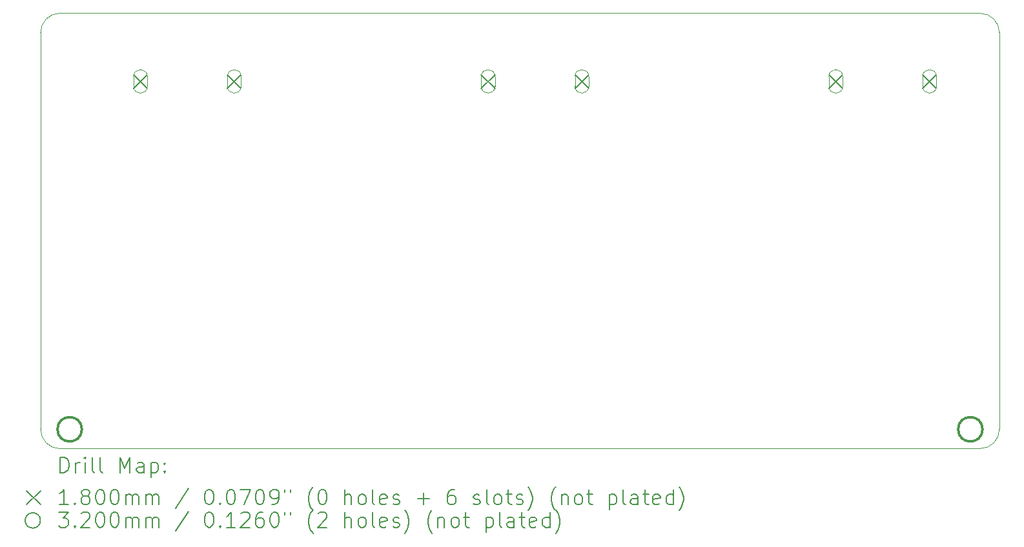
<source format=gbr>
%TF.GenerationSoftware,KiCad,Pcbnew,8.0.9*%
%TF.CreationDate,2025-03-02T13:49:47+01:00*%
%TF.ProjectId,cjss501,636a7373-3530-4312-9e6b-696361645f70,rev?*%
%TF.SameCoordinates,Original*%
%TF.FileFunction,Drillmap*%
%TF.FilePolarity,Positive*%
%FSLAX45Y45*%
G04 Gerber Fmt 4.5, Leading zero omitted, Abs format (unit mm)*
G04 Created by KiCad (PCBNEW 8.0.9) date 2025-03-02 13:49:47*
%MOMM*%
%LPD*%
G01*
G04 APERTURE LIST*
%ADD10C,0.050000*%
%ADD11C,0.200000*%
%ADD12C,0.180000*%
%ADD13C,0.100000*%
%ADD14C,0.320000*%
G04 APERTURE END LIST*
D10*
X15621000Y-3556000D02*
G75*
G02*
X15875000Y-3810000I0J-254000D01*
G01*
X15875000Y-9017000D02*
G75*
G02*
X15621000Y-9271000I-254000J0D01*
G01*
X3302000Y-9017000D02*
X3302000Y-3810000D01*
X3302000Y-3810000D02*
G75*
G02*
X3556000Y-3556000I254000J0D01*
G01*
X3556000Y-9271000D02*
G75*
G02*
X3302000Y-9017000I0J254000D01*
G01*
X3556000Y-3556000D02*
X15621000Y-3556000D01*
X15621000Y-9271000D02*
X3556000Y-9271000D01*
X15875000Y-3810000D02*
X15875000Y-9017000D01*
D11*
D12*
X4522000Y-4361000D02*
X4702000Y-4541000D01*
X4702000Y-4361000D02*
X4522000Y-4541000D01*
D13*
X4702000Y-4516000D02*
X4702000Y-4386000D01*
X4522000Y-4386000D02*
G75*
G02*
X4702000Y-4386000I90000J0D01*
G01*
X4522000Y-4386000D02*
X4522000Y-4516000D01*
X4522000Y-4516000D02*
G75*
G03*
X4702000Y-4516000I90000J0D01*
G01*
D12*
X5752000Y-4361000D02*
X5932000Y-4541000D01*
X5932000Y-4361000D02*
X5752000Y-4541000D01*
D13*
X5932000Y-4516000D02*
X5932000Y-4386000D01*
X5752000Y-4386000D02*
G75*
G02*
X5932000Y-4386000I90000J0D01*
G01*
X5752000Y-4386000D02*
X5752000Y-4516000D01*
X5752000Y-4516000D02*
G75*
G03*
X5932000Y-4516000I90000J0D01*
G01*
D12*
X9080000Y-4361000D02*
X9260000Y-4541000D01*
X9260000Y-4361000D02*
X9080000Y-4541000D01*
D13*
X9260000Y-4516000D02*
X9260000Y-4386000D01*
X9080000Y-4386000D02*
G75*
G02*
X9260000Y-4386000I90000J0D01*
G01*
X9080000Y-4386000D02*
X9080000Y-4516000D01*
X9080000Y-4516000D02*
G75*
G03*
X9260000Y-4516000I90000J0D01*
G01*
D12*
X10310000Y-4361000D02*
X10490000Y-4541000D01*
X10490000Y-4361000D02*
X10310000Y-4541000D01*
D13*
X10490000Y-4516000D02*
X10490000Y-4386000D01*
X10310000Y-4386000D02*
G75*
G02*
X10490000Y-4386000I90000J0D01*
G01*
X10310000Y-4386000D02*
X10310000Y-4516000D01*
X10310000Y-4516000D02*
G75*
G03*
X10490000Y-4516000I90000J0D01*
G01*
D12*
X13640000Y-4361000D02*
X13820000Y-4541000D01*
X13820000Y-4361000D02*
X13640000Y-4541000D01*
D13*
X13820000Y-4516000D02*
X13820000Y-4386000D01*
X13640000Y-4386000D02*
G75*
G02*
X13820000Y-4386000I90000J0D01*
G01*
X13640000Y-4386000D02*
X13640000Y-4516000D01*
X13640000Y-4516000D02*
G75*
G03*
X13820000Y-4516000I90000J0D01*
G01*
D12*
X14870000Y-4361000D02*
X15050000Y-4541000D01*
X15050000Y-4361000D02*
X14870000Y-4541000D01*
D13*
X15050000Y-4516000D02*
X15050000Y-4386000D01*
X14870000Y-4386000D02*
G75*
G02*
X15050000Y-4386000I90000J0D01*
G01*
X14870000Y-4386000D02*
X14870000Y-4516000D01*
X14870000Y-4516000D02*
G75*
G03*
X15050000Y-4516000I90000J0D01*
G01*
D14*
X3843000Y-9017000D02*
G75*
G02*
X3523000Y-9017000I-160000J0D01*
G01*
X3523000Y-9017000D02*
G75*
G02*
X3843000Y-9017000I160000J0D01*
G01*
X15654000Y-9017000D02*
G75*
G02*
X15334000Y-9017000I-160000J0D01*
G01*
X15334000Y-9017000D02*
G75*
G02*
X15654000Y-9017000I160000J0D01*
G01*
D11*
X3560277Y-9584984D02*
X3560277Y-9384984D01*
X3560277Y-9384984D02*
X3607896Y-9384984D01*
X3607896Y-9384984D02*
X3636467Y-9394508D01*
X3636467Y-9394508D02*
X3655515Y-9413555D01*
X3655515Y-9413555D02*
X3665039Y-9432603D01*
X3665039Y-9432603D02*
X3674562Y-9470698D01*
X3674562Y-9470698D02*
X3674562Y-9499270D01*
X3674562Y-9499270D02*
X3665039Y-9537365D01*
X3665039Y-9537365D02*
X3655515Y-9556412D01*
X3655515Y-9556412D02*
X3636467Y-9575460D01*
X3636467Y-9575460D02*
X3607896Y-9584984D01*
X3607896Y-9584984D02*
X3560277Y-9584984D01*
X3760277Y-9584984D02*
X3760277Y-9451650D01*
X3760277Y-9489746D02*
X3769801Y-9470698D01*
X3769801Y-9470698D02*
X3779324Y-9461174D01*
X3779324Y-9461174D02*
X3798372Y-9451650D01*
X3798372Y-9451650D02*
X3817420Y-9451650D01*
X3884086Y-9584984D02*
X3884086Y-9451650D01*
X3884086Y-9384984D02*
X3874562Y-9394508D01*
X3874562Y-9394508D02*
X3884086Y-9404031D01*
X3884086Y-9404031D02*
X3893610Y-9394508D01*
X3893610Y-9394508D02*
X3884086Y-9384984D01*
X3884086Y-9384984D02*
X3884086Y-9404031D01*
X4007896Y-9584984D02*
X3988848Y-9575460D01*
X3988848Y-9575460D02*
X3979324Y-9556412D01*
X3979324Y-9556412D02*
X3979324Y-9384984D01*
X4112658Y-9584984D02*
X4093610Y-9575460D01*
X4093610Y-9575460D02*
X4084086Y-9556412D01*
X4084086Y-9556412D02*
X4084086Y-9384984D01*
X4341229Y-9584984D02*
X4341229Y-9384984D01*
X4341229Y-9384984D02*
X4407896Y-9527841D01*
X4407896Y-9527841D02*
X4474563Y-9384984D01*
X4474563Y-9384984D02*
X4474563Y-9584984D01*
X4655515Y-9584984D02*
X4655515Y-9480222D01*
X4655515Y-9480222D02*
X4645991Y-9461174D01*
X4645991Y-9461174D02*
X4626944Y-9451650D01*
X4626944Y-9451650D02*
X4588848Y-9451650D01*
X4588848Y-9451650D02*
X4569801Y-9461174D01*
X4655515Y-9575460D02*
X4636467Y-9584984D01*
X4636467Y-9584984D02*
X4588848Y-9584984D01*
X4588848Y-9584984D02*
X4569801Y-9575460D01*
X4569801Y-9575460D02*
X4560277Y-9556412D01*
X4560277Y-9556412D02*
X4560277Y-9537365D01*
X4560277Y-9537365D02*
X4569801Y-9518317D01*
X4569801Y-9518317D02*
X4588848Y-9508793D01*
X4588848Y-9508793D02*
X4636467Y-9508793D01*
X4636467Y-9508793D02*
X4655515Y-9499270D01*
X4750753Y-9451650D02*
X4750753Y-9651650D01*
X4750753Y-9461174D02*
X4769801Y-9451650D01*
X4769801Y-9451650D02*
X4807896Y-9451650D01*
X4807896Y-9451650D02*
X4826944Y-9461174D01*
X4826944Y-9461174D02*
X4836467Y-9470698D01*
X4836467Y-9470698D02*
X4845991Y-9489746D01*
X4845991Y-9489746D02*
X4845991Y-9546889D01*
X4845991Y-9546889D02*
X4836467Y-9565936D01*
X4836467Y-9565936D02*
X4826944Y-9575460D01*
X4826944Y-9575460D02*
X4807896Y-9584984D01*
X4807896Y-9584984D02*
X4769801Y-9584984D01*
X4769801Y-9584984D02*
X4750753Y-9575460D01*
X4931705Y-9565936D02*
X4941229Y-9575460D01*
X4941229Y-9575460D02*
X4931705Y-9584984D01*
X4931705Y-9584984D02*
X4922182Y-9575460D01*
X4922182Y-9575460D02*
X4931705Y-9565936D01*
X4931705Y-9565936D02*
X4931705Y-9584984D01*
X4931705Y-9461174D02*
X4941229Y-9470698D01*
X4941229Y-9470698D02*
X4931705Y-9480222D01*
X4931705Y-9480222D02*
X4922182Y-9470698D01*
X4922182Y-9470698D02*
X4931705Y-9461174D01*
X4931705Y-9461174D02*
X4931705Y-9480222D01*
D12*
X3119500Y-9823500D02*
X3299500Y-10003500D01*
X3299500Y-9823500D02*
X3119500Y-10003500D01*
D11*
X3665039Y-10004984D02*
X3550753Y-10004984D01*
X3607896Y-10004984D02*
X3607896Y-9804984D01*
X3607896Y-9804984D02*
X3588848Y-9833555D01*
X3588848Y-9833555D02*
X3569801Y-9852603D01*
X3569801Y-9852603D02*
X3550753Y-9862127D01*
X3750753Y-9985936D02*
X3760277Y-9995460D01*
X3760277Y-9995460D02*
X3750753Y-10004984D01*
X3750753Y-10004984D02*
X3741229Y-9995460D01*
X3741229Y-9995460D02*
X3750753Y-9985936D01*
X3750753Y-9985936D02*
X3750753Y-10004984D01*
X3874562Y-9890698D02*
X3855515Y-9881174D01*
X3855515Y-9881174D02*
X3845991Y-9871650D01*
X3845991Y-9871650D02*
X3836467Y-9852603D01*
X3836467Y-9852603D02*
X3836467Y-9843079D01*
X3836467Y-9843079D02*
X3845991Y-9824031D01*
X3845991Y-9824031D02*
X3855515Y-9814508D01*
X3855515Y-9814508D02*
X3874562Y-9804984D01*
X3874562Y-9804984D02*
X3912658Y-9804984D01*
X3912658Y-9804984D02*
X3931705Y-9814508D01*
X3931705Y-9814508D02*
X3941229Y-9824031D01*
X3941229Y-9824031D02*
X3950753Y-9843079D01*
X3950753Y-9843079D02*
X3950753Y-9852603D01*
X3950753Y-9852603D02*
X3941229Y-9871650D01*
X3941229Y-9871650D02*
X3931705Y-9881174D01*
X3931705Y-9881174D02*
X3912658Y-9890698D01*
X3912658Y-9890698D02*
X3874562Y-9890698D01*
X3874562Y-9890698D02*
X3855515Y-9900222D01*
X3855515Y-9900222D02*
X3845991Y-9909746D01*
X3845991Y-9909746D02*
X3836467Y-9928793D01*
X3836467Y-9928793D02*
X3836467Y-9966889D01*
X3836467Y-9966889D02*
X3845991Y-9985936D01*
X3845991Y-9985936D02*
X3855515Y-9995460D01*
X3855515Y-9995460D02*
X3874562Y-10004984D01*
X3874562Y-10004984D02*
X3912658Y-10004984D01*
X3912658Y-10004984D02*
X3931705Y-9995460D01*
X3931705Y-9995460D02*
X3941229Y-9985936D01*
X3941229Y-9985936D02*
X3950753Y-9966889D01*
X3950753Y-9966889D02*
X3950753Y-9928793D01*
X3950753Y-9928793D02*
X3941229Y-9909746D01*
X3941229Y-9909746D02*
X3931705Y-9900222D01*
X3931705Y-9900222D02*
X3912658Y-9890698D01*
X4074562Y-9804984D02*
X4093610Y-9804984D01*
X4093610Y-9804984D02*
X4112658Y-9814508D01*
X4112658Y-9814508D02*
X4122182Y-9824031D01*
X4122182Y-9824031D02*
X4131705Y-9843079D01*
X4131705Y-9843079D02*
X4141229Y-9881174D01*
X4141229Y-9881174D02*
X4141229Y-9928793D01*
X4141229Y-9928793D02*
X4131705Y-9966889D01*
X4131705Y-9966889D02*
X4122182Y-9985936D01*
X4122182Y-9985936D02*
X4112658Y-9995460D01*
X4112658Y-9995460D02*
X4093610Y-10004984D01*
X4093610Y-10004984D02*
X4074562Y-10004984D01*
X4074562Y-10004984D02*
X4055515Y-9995460D01*
X4055515Y-9995460D02*
X4045991Y-9985936D01*
X4045991Y-9985936D02*
X4036467Y-9966889D01*
X4036467Y-9966889D02*
X4026943Y-9928793D01*
X4026943Y-9928793D02*
X4026943Y-9881174D01*
X4026943Y-9881174D02*
X4036467Y-9843079D01*
X4036467Y-9843079D02*
X4045991Y-9824031D01*
X4045991Y-9824031D02*
X4055515Y-9814508D01*
X4055515Y-9814508D02*
X4074562Y-9804984D01*
X4265039Y-9804984D02*
X4284086Y-9804984D01*
X4284086Y-9804984D02*
X4303134Y-9814508D01*
X4303134Y-9814508D02*
X4312658Y-9824031D01*
X4312658Y-9824031D02*
X4322182Y-9843079D01*
X4322182Y-9843079D02*
X4331705Y-9881174D01*
X4331705Y-9881174D02*
X4331705Y-9928793D01*
X4331705Y-9928793D02*
X4322182Y-9966889D01*
X4322182Y-9966889D02*
X4312658Y-9985936D01*
X4312658Y-9985936D02*
X4303134Y-9995460D01*
X4303134Y-9995460D02*
X4284086Y-10004984D01*
X4284086Y-10004984D02*
X4265039Y-10004984D01*
X4265039Y-10004984D02*
X4245991Y-9995460D01*
X4245991Y-9995460D02*
X4236467Y-9985936D01*
X4236467Y-9985936D02*
X4226944Y-9966889D01*
X4226944Y-9966889D02*
X4217420Y-9928793D01*
X4217420Y-9928793D02*
X4217420Y-9881174D01*
X4217420Y-9881174D02*
X4226944Y-9843079D01*
X4226944Y-9843079D02*
X4236467Y-9824031D01*
X4236467Y-9824031D02*
X4245991Y-9814508D01*
X4245991Y-9814508D02*
X4265039Y-9804984D01*
X4417420Y-10004984D02*
X4417420Y-9871650D01*
X4417420Y-9890698D02*
X4426944Y-9881174D01*
X4426944Y-9881174D02*
X4445991Y-9871650D01*
X4445991Y-9871650D02*
X4474563Y-9871650D01*
X4474563Y-9871650D02*
X4493610Y-9881174D01*
X4493610Y-9881174D02*
X4503134Y-9900222D01*
X4503134Y-9900222D02*
X4503134Y-10004984D01*
X4503134Y-9900222D02*
X4512658Y-9881174D01*
X4512658Y-9881174D02*
X4531705Y-9871650D01*
X4531705Y-9871650D02*
X4560277Y-9871650D01*
X4560277Y-9871650D02*
X4579325Y-9881174D01*
X4579325Y-9881174D02*
X4588848Y-9900222D01*
X4588848Y-9900222D02*
X4588848Y-10004984D01*
X4684086Y-10004984D02*
X4684086Y-9871650D01*
X4684086Y-9890698D02*
X4693610Y-9881174D01*
X4693610Y-9881174D02*
X4712658Y-9871650D01*
X4712658Y-9871650D02*
X4741229Y-9871650D01*
X4741229Y-9871650D02*
X4760277Y-9881174D01*
X4760277Y-9881174D02*
X4769801Y-9900222D01*
X4769801Y-9900222D02*
X4769801Y-10004984D01*
X4769801Y-9900222D02*
X4779325Y-9881174D01*
X4779325Y-9881174D02*
X4798372Y-9871650D01*
X4798372Y-9871650D02*
X4826944Y-9871650D01*
X4826944Y-9871650D02*
X4845991Y-9881174D01*
X4845991Y-9881174D02*
X4855515Y-9900222D01*
X4855515Y-9900222D02*
X4855515Y-10004984D01*
X5245991Y-9795460D02*
X5074563Y-10052603D01*
X5503134Y-9804984D02*
X5522182Y-9804984D01*
X5522182Y-9804984D02*
X5541229Y-9814508D01*
X5541229Y-9814508D02*
X5550753Y-9824031D01*
X5550753Y-9824031D02*
X5560277Y-9843079D01*
X5560277Y-9843079D02*
X5569801Y-9881174D01*
X5569801Y-9881174D02*
X5569801Y-9928793D01*
X5569801Y-9928793D02*
X5560277Y-9966889D01*
X5560277Y-9966889D02*
X5550753Y-9985936D01*
X5550753Y-9985936D02*
X5541229Y-9995460D01*
X5541229Y-9995460D02*
X5522182Y-10004984D01*
X5522182Y-10004984D02*
X5503134Y-10004984D01*
X5503134Y-10004984D02*
X5484087Y-9995460D01*
X5484087Y-9995460D02*
X5474563Y-9985936D01*
X5474563Y-9985936D02*
X5465039Y-9966889D01*
X5465039Y-9966889D02*
X5455515Y-9928793D01*
X5455515Y-9928793D02*
X5455515Y-9881174D01*
X5455515Y-9881174D02*
X5465039Y-9843079D01*
X5465039Y-9843079D02*
X5474563Y-9824031D01*
X5474563Y-9824031D02*
X5484087Y-9814508D01*
X5484087Y-9814508D02*
X5503134Y-9804984D01*
X5655515Y-9985936D02*
X5665039Y-9995460D01*
X5665039Y-9995460D02*
X5655515Y-10004984D01*
X5655515Y-10004984D02*
X5645991Y-9995460D01*
X5645991Y-9995460D02*
X5655515Y-9985936D01*
X5655515Y-9985936D02*
X5655515Y-10004984D01*
X5788848Y-9804984D02*
X5807896Y-9804984D01*
X5807896Y-9804984D02*
X5826944Y-9814508D01*
X5826944Y-9814508D02*
X5836467Y-9824031D01*
X5836467Y-9824031D02*
X5845991Y-9843079D01*
X5845991Y-9843079D02*
X5855515Y-9881174D01*
X5855515Y-9881174D02*
X5855515Y-9928793D01*
X5855515Y-9928793D02*
X5845991Y-9966889D01*
X5845991Y-9966889D02*
X5836467Y-9985936D01*
X5836467Y-9985936D02*
X5826944Y-9995460D01*
X5826944Y-9995460D02*
X5807896Y-10004984D01*
X5807896Y-10004984D02*
X5788848Y-10004984D01*
X5788848Y-10004984D02*
X5769801Y-9995460D01*
X5769801Y-9995460D02*
X5760277Y-9985936D01*
X5760277Y-9985936D02*
X5750753Y-9966889D01*
X5750753Y-9966889D02*
X5741229Y-9928793D01*
X5741229Y-9928793D02*
X5741229Y-9881174D01*
X5741229Y-9881174D02*
X5750753Y-9843079D01*
X5750753Y-9843079D02*
X5760277Y-9824031D01*
X5760277Y-9824031D02*
X5769801Y-9814508D01*
X5769801Y-9814508D02*
X5788848Y-9804984D01*
X5922182Y-9804984D02*
X6055515Y-9804984D01*
X6055515Y-9804984D02*
X5969801Y-10004984D01*
X6169801Y-9804984D02*
X6188848Y-9804984D01*
X6188848Y-9804984D02*
X6207896Y-9814508D01*
X6207896Y-9814508D02*
X6217420Y-9824031D01*
X6217420Y-9824031D02*
X6226944Y-9843079D01*
X6226944Y-9843079D02*
X6236467Y-9881174D01*
X6236467Y-9881174D02*
X6236467Y-9928793D01*
X6236467Y-9928793D02*
X6226944Y-9966889D01*
X6226944Y-9966889D02*
X6217420Y-9985936D01*
X6217420Y-9985936D02*
X6207896Y-9995460D01*
X6207896Y-9995460D02*
X6188848Y-10004984D01*
X6188848Y-10004984D02*
X6169801Y-10004984D01*
X6169801Y-10004984D02*
X6150753Y-9995460D01*
X6150753Y-9995460D02*
X6141229Y-9985936D01*
X6141229Y-9985936D02*
X6131706Y-9966889D01*
X6131706Y-9966889D02*
X6122182Y-9928793D01*
X6122182Y-9928793D02*
X6122182Y-9881174D01*
X6122182Y-9881174D02*
X6131706Y-9843079D01*
X6131706Y-9843079D02*
X6141229Y-9824031D01*
X6141229Y-9824031D02*
X6150753Y-9814508D01*
X6150753Y-9814508D02*
X6169801Y-9804984D01*
X6331706Y-10004984D02*
X6369801Y-10004984D01*
X6369801Y-10004984D02*
X6388848Y-9995460D01*
X6388848Y-9995460D02*
X6398372Y-9985936D01*
X6398372Y-9985936D02*
X6417420Y-9957365D01*
X6417420Y-9957365D02*
X6426944Y-9919270D01*
X6426944Y-9919270D02*
X6426944Y-9843079D01*
X6426944Y-9843079D02*
X6417420Y-9824031D01*
X6417420Y-9824031D02*
X6407896Y-9814508D01*
X6407896Y-9814508D02*
X6388848Y-9804984D01*
X6388848Y-9804984D02*
X6350753Y-9804984D01*
X6350753Y-9804984D02*
X6331706Y-9814508D01*
X6331706Y-9814508D02*
X6322182Y-9824031D01*
X6322182Y-9824031D02*
X6312658Y-9843079D01*
X6312658Y-9843079D02*
X6312658Y-9890698D01*
X6312658Y-9890698D02*
X6322182Y-9909746D01*
X6322182Y-9909746D02*
X6331706Y-9919270D01*
X6331706Y-9919270D02*
X6350753Y-9928793D01*
X6350753Y-9928793D02*
X6388848Y-9928793D01*
X6388848Y-9928793D02*
X6407896Y-9919270D01*
X6407896Y-9919270D02*
X6417420Y-9909746D01*
X6417420Y-9909746D02*
X6426944Y-9890698D01*
X6503134Y-9804984D02*
X6503134Y-9843079D01*
X6579325Y-9804984D02*
X6579325Y-9843079D01*
X6874563Y-10081174D02*
X6865039Y-10071650D01*
X6865039Y-10071650D02*
X6845991Y-10043079D01*
X6845991Y-10043079D02*
X6836468Y-10024031D01*
X6836468Y-10024031D02*
X6826944Y-9995460D01*
X6826944Y-9995460D02*
X6817420Y-9947841D01*
X6817420Y-9947841D02*
X6817420Y-9909746D01*
X6817420Y-9909746D02*
X6826944Y-9862127D01*
X6826944Y-9862127D02*
X6836468Y-9833555D01*
X6836468Y-9833555D02*
X6845991Y-9814508D01*
X6845991Y-9814508D02*
X6865039Y-9785936D01*
X6865039Y-9785936D02*
X6874563Y-9776412D01*
X6988848Y-9804984D02*
X7007896Y-9804984D01*
X7007896Y-9804984D02*
X7026944Y-9814508D01*
X7026944Y-9814508D02*
X7036468Y-9824031D01*
X7036468Y-9824031D02*
X7045991Y-9843079D01*
X7045991Y-9843079D02*
X7055515Y-9881174D01*
X7055515Y-9881174D02*
X7055515Y-9928793D01*
X7055515Y-9928793D02*
X7045991Y-9966889D01*
X7045991Y-9966889D02*
X7036468Y-9985936D01*
X7036468Y-9985936D02*
X7026944Y-9995460D01*
X7026944Y-9995460D02*
X7007896Y-10004984D01*
X7007896Y-10004984D02*
X6988848Y-10004984D01*
X6988848Y-10004984D02*
X6969801Y-9995460D01*
X6969801Y-9995460D02*
X6960277Y-9985936D01*
X6960277Y-9985936D02*
X6950753Y-9966889D01*
X6950753Y-9966889D02*
X6941229Y-9928793D01*
X6941229Y-9928793D02*
X6941229Y-9881174D01*
X6941229Y-9881174D02*
X6950753Y-9843079D01*
X6950753Y-9843079D02*
X6960277Y-9824031D01*
X6960277Y-9824031D02*
X6969801Y-9814508D01*
X6969801Y-9814508D02*
X6988848Y-9804984D01*
X7293610Y-10004984D02*
X7293610Y-9804984D01*
X7379325Y-10004984D02*
X7379325Y-9900222D01*
X7379325Y-9900222D02*
X7369801Y-9881174D01*
X7369801Y-9881174D02*
X7350753Y-9871650D01*
X7350753Y-9871650D02*
X7322182Y-9871650D01*
X7322182Y-9871650D02*
X7303134Y-9881174D01*
X7303134Y-9881174D02*
X7293610Y-9890698D01*
X7503134Y-10004984D02*
X7484087Y-9995460D01*
X7484087Y-9995460D02*
X7474563Y-9985936D01*
X7474563Y-9985936D02*
X7465039Y-9966889D01*
X7465039Y-9966889D02*
X7465039Y-9909746D01*
X7465039Y-9909746D02*
X7474563Y-9890698D01*
X7474563Y-9890698D02*
X7484087Y-9881174D01*
X7484087Y-9881174D02*
X7503134Y-9871650D01*
X7503134Y-9871650D02*
X7531706Y-9871650D01*
X7531706Y-9871650D02*
X7550753Y-9881174D01*
X7550753Y-9881174D02*
X7560277Y-9890698D01*
X7560277Y-9890698D02*
X7569801Y-9909746D01*
X7569801Y-9909746D02*
X7569801Y-9966889D01*
X7569801Y-9966889D02*
X7560277Y-9985936D01*
X7560277Y-9985936D02*
X7550753Y-9995460D01*
X7550753Y-9995460D02*
X7531706Y-10004984D01*
X7531706Y-10004984D02*
X7503134Y-10004984D01*
X7684087Y-10004984D02*
X7665039Y-9995460D01*
X7665039Y-9995460D02*
X7655515Y-9976412D01*
X7655515Y-9976412D02*
X7655515Y-9804984D01*
X7836468Y-9995460D02*
X7817420Y-10004984D01*
X7817420Y-10004984D02*
X7779325Y-10004984D01*
X7779325Y-10004984D02*
X7760277Y-9995460D01*
X7760277Y-9995460D02*
X7750753Y-9976412D01*
X7750753Y-9976412D02*
X7750753Y-9900222D01*
X7750753Y-9900222D02*
X7760277Y-9881174D01*
X7760277Y-9881174D02*
X7779325Y-9871650D01*
X7779325Y-9871650D02*
X7817420Y-9871650D01*
X7817420Y-9871650D02*
X7836468Y-9881174D01*
X7836468Y-9881174D02*
X7845991Y-9900222D01*
X7845991Y-9900222D02*
X7845991Y-9919270D01*
X7845991Y-9919270D02*
X7750753Y-9938317D01*
X7922182Y-9995460D02*
X7941230Y-10004984D01*
X7941230Y-10004984D02*
X7979325Y-10004984D01*
X7979325Y-10004984D02*
X7998372Y-9995460D01*
X7998372Y-9995460D02*
X8007896Y-9976412D01*
X8007896Y-9976412D02*
X8007896Y-9966889D01*
X8007896Y-9966889D02*
X7998372Y-9947841D01*
X7998372Y-9947841D02*
X7979325Y-9938317D01*
X7979325Y-9938317D02*
X7950753Y-9938317D01*
X7950753Y-9938317D02*
X7931706Y-9928793D01*
X7931706Y-9928793D02*
X7922182Y-9909746D01*
X7922182Y-9909746D02*
X7922182Y-9900222D01*
X7922182Y-9900222D02*
X7931706Y-9881174D01*
X7931706Y-9881174D02*
X7950753Y-9871650D01*
X7950753Y-9871650D02*
X7979325Y-9871650D01*
X7979325Y-9871650D02*
X7998372Y-9881174D01*
X8245992Y-9928793D02*
X8398373Y-9928793D01*
X8322182Y-10004984D02*
X8322182Y-9852603D01*
X8731706Y-9804984D02*
X8693611Y-9804984D01*
X8693611Y-9804984D02*
X8674563Y-9814508D01*
X8674563Y-9814508D02*
X8665039Y-9824031D01*
X8665039Y-9824031D02*
X8645992Y-9852603D01*
X8645992Y-9852603D02*
X8636468Y-9890698D01*
X8636468Y-9890698D02*
X8636468Y-9966889D01*
X8636468Y-9966889D02*
X8645992Y-9985936D01*
X8645992Y-9985936D02*
X8655515Y-9995460D01*
X8655515Y-9995460D02*
X8674563Y-10004984D01*
X8674563Y-10004984D02*
X8712658Y-10004984D01*
X8712658Y-10004984D02*
X8731706Y-9995460D01*
X8731706Y-9995460D02*
X8741230Y-9985936D01*
X8741230Y-9985936D02*
X8750754Y-9966889D01*
X8750754Y-9966889D02*
X8750754Y-9919270D01*
X8750754Y-9919270D02*
X8741230Y-9900222D01*
X8741230Y-9900222D02*
X8731706Y-9890698D01*
X8731706Y-9890698D02*
X8712658Y-9881174D01*
X8712658Y-9881174D02*
X8674563Y-9881174D01*
X8674563Y-9881174D02*
X8655515Y-9890698D01*
X8655515Y-9890698D02*
X8645992Y-9900222D01*
X8645992Y-9900222D02*
X8636468Y-9919270D01*
X8979325Y-9995460D02*
X8998373Y-10004984D01*
X8998373Y-10004984D02*
X9036468Y-10004984D01*
X9036468Y-10004984D02*
X9055516Y-9995460D01*
X9055516Y-9995460D02*
X9065039Y-9976412D01*
X9065039Y-9976412D02*
X9065039Y-9966889D01*
X9065039Y-9966889D02*
X9055516Y-9947841D01*
X9055516Y-9947841D02*
X9036468Y-9938317D01*
X9036468Y-9938317D02*
X9007896Y-9938317D01*
X9007896Y-9938317D02*
X8988849Y-9928793D01*
X8988849Y-9928793D02*
X8979325Y-9909746D01*
X8979325Y-9909746D02*
X8979325Y-9900222D01*
X8979325Y-9900222D02*
X8988849Y-9881174D01*
X8988849Y-9881174D02*
X9007896Y-9871650D01*
X9007896Y-9871650D02*
X9036468Y-9871650D01*
X9036468Y-9871650D02*
X9055516Y-9881174D01*
X9179325Y-10004984D02*
X9160277Y-9995460D01*
X9160277Y-9995460D02*
X9150754Y-9976412D01*
X9150754Y-9976412D02*
X9150754Y-9804984D01*
X9284087Y-10004984D02*
X9265039Y-9995460D01*
X9265039Y-9995460D02*
X9255516Y-9985936D01*
X9255516Y-9985936D02*
X9245992Y-9966889D01*
X9245992Y-9966889D02*
X9245992Y-9909746D01*
X9245992Y-9909746D02*
X9255516Y-9890698D01*
X9255516Y-9890698D02*
X9265039Y-9881174D01*
X9265039Y-9881174D02*
X9284087Y-9871650D01*
X9284087Y-9871650D02*
X9312658Y-9871650D01*
X9312658Y-9871650D02*
X9331706Y-9881174D01*
X9331706Y-9881174D02*
X9341230Y-9890698D01*
X9341230Y-9890698D02*
X9350754Y-9909746D01*
X9350754Y-9909746D02*
X9350754Y-9966889D01*
X9350754Y-9966889D02*
X9341230Y-9985936D01*
X9341230Y-9985936D02*
X9331706Y-9995460D01*
X9331706Y-9995460D02*
X9312658Y-10004984D01*
X9312658Y-10004984D02*
X9284087Y-10004984D01*
X9407897Y-9871650D02*
X9484087Y-9871650D01*
X9436468Y-9804984D02*
X9436468Y-9976412D01*
X9436468Y-9976412D02*
X9445992Y-9995460D01*
X9445992Y-9995460D02*
X9465039Y-10004984D01*
X9465039Y-10004984D02*
X9484087Y-10004984D01*
X9541230Y-9995460D02*
X9560277Y-10004984D01*
X9560277Y-10004984D02*
X9598373Y-10004984D01*
X9598373Y-10004984D02*
X9617420Y-9995460D01*
X9617420Y-9995460D02*
X9626944Y-9976412D01*
X9626944Y-9976412D02*
X9626944Y-9966889D01*
X9626944Y-9966889D02*
X9617420Y-9947841D01*
X9617420Y-9947841D02*
X9598373Y-9938317D01*
X9598373Y-9938317D02*
X9569801Y-9938317D01*
X9569801Y-9938317D02*
X9550754Y-9928793D01*
X9550754Y-9928793D02*
X9541230Y-9909746D01*
X9541230Y-9909746D02*
X9541230Y-9900222D01*
X9541230Y-9900222D02*
X9550754Y-9881174D01*
X9550754Y-9881174D02*
X9569801Y-9871650D01*
X9569801Y-9871650D02*
X9598373Y-9871650D01*
X9598373Y-9871650D02*
X9617420Y-9881174D01*
X9693611Y-10081174D02*
X9703135Y-10071650D01*
X9703135Y-10071650D02*
X9722182Y-10043079D01*
X9722182Y-10043079D02*
X9731706Y-10024031D01*
X9731706Y-10024031D02*
X9741230Y-9995460D01*
X9741230Y-9995460D02*
X9750754Y-9947841D01*
X9750754Y-9947841D02*
X9750754Y-9909746D01*
X9750754Y-9909746D02*
X9741230Y-9862127D01*
X9741230Y-9862127D02*
X9731706Y-9833555D01*
X9731706Y-9833555D02*
X9722182Y-9814508D01*
X9722182Y-9814508D02*
X9703135Y-9785936D01*
X9703135Y-9785936D02*
X9693611Y-9776412D01*
X10055516Y-10081174D02*
X10045992Y-10071650D01*
X10045992Y-10071650D02*
X10026944Y-10043079D01*
X10026944Y-10043079D02*
X10017420Y-10024031D01*
X10017420Y-10024031D02*
X10007897Y-9995460D01*
X10007897Y-9995460D02*
X9998373Y-9947841D01*
X9998373Y-9947841D02*
X9998373Y-9909746D01*
X9998373Y-9909746D02*
X10007897Y-9862127D01*
X10007897Y-9862127D02*
X10017420Y-9833555D01*
X10017420Y-9833555D02*
X10026944Y-9814508D01*
X10026944Y-9814508D02*
X10045992Y-9785936D01*
X10045992Y-9785936D02*
X10055516Y-9776412D01*
X10131706Y-9871650D02*
X10131706Y-10004984D01*
X10131706Y-9890698D02*
X10141230Y-9881174D01*
X10141230Y-9881174D02*
X10160277Y-9871650D01*
X10160277Y-9871650D02*
X10188849Y-9871650D01*
X10188849Y-9871650D02*
X10207897Y-9881174D01*
X10207897Y-9881174D02*
X10217420Y-9900222D01*
X10217420Y-9900222D02*
X10217420Y-10004984D01*
X10341230Y-10004984D02*
X10322182Y-9995460D01*
X10322182Y-9995460D02*
X10312658Y-9985936D01*
X10312658Y-9985936D02*
X10303135Y-9966889D01*
X10303135Y-9966889D02*
X10303135Y-9909746D01*
X10303135Y-9909746D02*
X10312658Y-9890698D01*
X10312658Y-9890698D02*
X10322182Y-9881174D01*
X10322182Y-9881174D02*
X10341230Y-9871650D01*
X10341230Y-9871650D02*
X10369801Y-9871650D01*
X10369801Y-9871650D02*
X10388849Y-9881174D01*
X10388849Y-9881174D02*
X10398373Y-9890698D01*
X10398373Y-9890698D02*
X10407897Y-9909746D01*
X10407897Y-9909746D02*
X10407897Y-9966889D01*
X10407897Y-9966889D02*
X10398373Y-9985936D01*
X10398373Y-9985936D02*
X10388849Y-9995460D01*
X10388849Y-9995460D02*
X10369801Y-10004984D01*
X10369801Y-10004984D02*
X10341230Y-10004984D01*
X10465039Y-9871650D02*
X10541230Y-9871650D01*
X10493611Y-9804984D02*
X10493611Y-9976412D01*
X10493611Y-9976412D02*
X10503135Y-9995460D01*
X10503135Y-9995460D02*
X10522182Y-10004984D01*
X10522182Y-10004984D02*
X10541230Y-10004984D01*
X10760278Y-9871650D02*
X10760278Y-10071650D01*
X10760278Y-9881174D02*
X10779325Y-9871650D01*
X10779325Y-9871650D02*
X10817420Y-9871650D01*
X10817420Y-9871650D02*
X10836468Y-9881174D01*
X10836468Y-9881174D02*
X10845992Y-9890698D01*
X10845992Y-9890698D02*
X10855516Y-9909746D01*
X10855516Y-9909746D02*
X10855516Y-9966889D01*
X10855516Y-9966889D02*
X10845992Y-9985936D01*
X10845992Y-9985936D02*
X10836468Y-9995460D01*
X10836468Y-9995460D02*
X10817420Y-10004984D01*
X10817420Y-10004984D02*
X10779325Y-10004984D01*
X10779325Y-10004984D02*
X10760278Y-9995460D01*
X10969801Y-10004984D02*
X10950754Y-9995460D01*
X10950754Y-9995460D02*
X10941230Y-9976412D01*
X10941230Y-9976412D02*
X10941230Y-9804984D01*
X11131706Y-10004984D02*
X11131706Y-9900222D01*
X11131706Y-9900222D02*
X11122182Y-9881174D01*
X11122182Y-9881174D02*
X11103135Y-9871650D01*
X11103135Y-9871650D02*
X11065039Y-9871650D01*
X11065039Y-9871650D02*
X11045992Y-9881174D01*
X11131706Y-9995460D02*
X11112659Y-10004984D01*
X11112659Y-10004984D02*
X11065039Y-10004984D01*
X11065039Y-10004984D02*
X11045992Y-9995460D01*
X11045992Y-9995460D02*
X11036468Y-9976412D01*
X11036468Y-9976412D02*
X11036468Y-9957365D01*
X11036468Y-9957365D02*
X11045992Y-9938317D01*
X11045992Y-9938317D02*
X11065039Y-9928793D01*
X11065039Y-9928793D02*
X11112659Y-9928793D01*
X11112659Y-9928793D02*
X11131706Y-9919270D01*
X11198373Y-9871650D02*
X11274563Y-9871650D01*
X11226944Y-9804984D02*
X11226944Y-9976412D01*
X11226944Y-9976412D02*
X11236468Y-9995460D01*
X11236468Y-9995460D02*
X11255516Y-10004984D01*
X11255516Y-10004984D02*
X11274563Y-10004984D01*
X11417420Y-9995460D02*
X11398373Y-10004984D01*
X11398373Y-10004984D02*
X11360277Y-10004984D01*
X11360277Y-10004984D02*
X11341230Y-9995460D01*
X11341230Y-9995460D02*
X11331706Y-9976412D01*
X11331706Y-9976412D02*
X11331706Y-9900222D01*
X11331706Y-9900222D02*
X11341230Y-9881174D01*
X11341230Y-9881174D02*
X11360277Y-9871650D01*
X11360277Y-9871650D02*
X11398373Y-9871650D01*
X11398373Y-9871650D02*
X11417420Y-9881174D01*
X11417420Y-9881174D02*
X11426944Y-9900222D01*
X11426944Y-9900222D02*
X11426944Y-9919270D01*
X11426944Y-9919270D02*
X11331706Y-9938317D01*
X11598373Y-10004984D02*
X11598373Y-9804984D01*
X11598373Y-9995460D02*
X11579325Y-10004984D01*
X11579325Y-10004984D02*
X11541230Y-10004984D01*
X11541230Y-10004984D02*
X11522182Y-9995460D01*
X11522182Y-9995460D02*
X11512658Y-9985936D01*
X11512658Y-9985936D02*
X11503135Y-9966889D01*
X11503135Y-9966889D02*
X11503135Y-9909746D01*
X11503135Y-9909746D02*
X11512658Y-9890698D01*
X11512658Y-9890698D02*
X11522182Y-9881174D01*
X11522182Y-9881174D02*
X11541230Y-9871650D01*
X11541230Y-9871650D02*
X11579325Y-9871650D01*
X11579325Y-9871650D02*
X11598373Y-9881174D01*
X11674563Y-10081174D02*
X11684087Y-10071650D01*
X11684087Y-10071650D02*
X11703135Y-10043079D01*
X11703135Y-10043079D02*
X11712658Y-10024031D01*
X11712658Y-10024031D02*
X11722182Y-9995460D01*
X11722182Y-9995460D02*
X11731706Y-9947841D01*
X11731706Y-9947841D02*
X11731706Y-9909746D01*
X11731706Y-9909746D02*
X11722182Y-9862127D01*
X11722182Y-9862127D02*
X11712658Y-9833555D01*
X11712658Y-9833555D02*
X11703135Y-9814508D01*
X11703135Y-9814508D02*
X11684087Y-9785936D01*
X11684087Y-9785936D02*
X11674563Y-9776412D01*
X3299500Y-10213500D02*
G75*
G02*
X3099500Y-10213500I-100000J0D01*
G01*
X3099500Y-10213500D02*
G75*
G02*
X3299500Y-10213500I100000J0D01*
G01*
X3541229Y-10104984D02*
X3665039Y-10104984D01*
X3665039Y-10104984D02*
X3598372Y-10181174D01*
X3598372Y-10181174D02*
X3626943Y-10181174D01*
X3626943Y-10181174D02*
X3645991Y-10190698D01*
X3645991Y-10190698D02*
X3655515Y-10200222D01*
X3655515Y-10200222D02*
X3665039Y-10219270D01*
X3665039Y-10219270D02*
X3665039Y-10266889D01*
X3665039Y-10266889D02*
X3655515Y-10285936D01*
X3655515Y-10285936D02*
X3645991Y-10295460D01*
X3645991Y-10295460D02*
X3626943Y-10304984D01*
X3626943Y-10304984D02*
X3569801Y-10304984D01*
X3569801Y-10304984D02*
X3550753Y-10295460D01*
X3550753Y-10295460D02*
X3541229Y-10285936D01*
X3750753Y-10285936D02*
X3760277Y-10295460D01*
X3760277Y-10295460D02*
X3750753Y-10304984D01*
X3750753Y-10304984D02*
X3741229Y-10295460D01*
X3741229Y-10295460D02*
X3750753Y-10285936D01*
X3750753Y-10285936D02*
X3750753Y-10304984D01*
X3836467Y-10124031D02*
X3845991Y-10114508D01*
X3845991Y-10114508D02*
X3865039Y-10104984D01*
X3865039Y-10104984D02*
X3912658Y-10104984D01*
X3912658Y-10104984D02*
X3931705Y-10114508D01*
X3931705Y-10114508D02*
X3941229Y-10124031D01*
X3941229Y-10124031D02*
X3950753Y-10143079D01*
X3950753Y-10143079D02*
X3950753Y-10162127D01*
X3950753Y-10162127D02*
X3941229Y-10190698D01*
X3941229Y-10190698D02*
X3826943Y-10304984D01*
X3826943Y-10304984D02*
X3950753Y-10304984D01*
X4074562Y-10104984D02*
X4093610Y-10104984D01*
X4093610Y-10104984D02*
X4112658Y-10114508D01*
X4112658Y-10114508D02*
X4122182Y-10124031D01*
X4122182Y-10124031D02*
X4131705Y-10143079D01*
X4131705Y-10143079D02*
X4141229Y-10181174D01*
X4141229Y-10181174D02*
X4141229Y-10228793D01*
X4141229Y-10228793D02*
X4131705Y-10266889D01*
X4131705Y-10266889D02*
X4122182Y-10285936D01*
X4122182Y-10285936D02*
X4112658Y-10295460D01*
X4112658Y-10295460D02*
X4093610Y-10304984D01*
X4093610Y-10304984D02*
X4074562Y-10304984D01*
X4074562Y-10304984D02*
X4055515Y-10295460D01*
X4055515Y-10295460D02*
X4045991Y-10285936D01*
X4045991Y-10285936D02*
X4036467Y-10266889D01*
X4036467Y-10266889D02*
X4026943Y-10228793D01*
X4026943Y-10228793D02*
X4026943Y-10181174D01*
X4026943Y-10181174D02*
X4036467Y-10143079D01*
X4036467Y-10143079D02*
X4045991Y-10124031D01*
X4045991Y-10124031D02*
X4055515Y-10114508D01*
X4055515Y-10114508D02*
X4074562Y-10104984D01*
X4265039Y-10104984D02*
X4284086Y-10104984D01*
X4284086Y-10104984D02*
X4303134Y-10114508D01*
X4303134Y-10114508D02*
X4312658Y-10124031D01*
X4312658Y-10124031D02*
X4322182Y-10143079D01*
X4322182Y-10143079D02*
X4331705Y-10181174D01*
X4331705Y-10181174D02*
X4331705Y-10228793D01*
X4331705Y-10228793D02*
X4322182Y-10266889D01*
X4322182Y-10266889D02*
X4312658Y-10285936D01*
X4312658Y-10285936D02*
X4303134Y-10295460D01*
X4303134Y-10295460D02*
X4284086Y-10304984D01*
X4284086Y-10304984D02*
X4265039Y-10304984D01*
X4265039Y-10304984D02*
X4245991Y-10295460D01*
X4245991Y-10295460D02*
X4236467Y-10285936D01*
X4236467Y-10285936D02*
X4226944Y-10266889D01*
X4226944Y-10266889D02*
X4217420Y-10228793D01*
X4217420Y-10228793D02*
X4217420Y-10181174D01*
X4217420Y-10181174D02*
X4226944Y-10143079D01*
X4226944Y-10143079D02*
X4236467Y-10124031D01*
X4236467Y-10124031D02*
X4245991Y-10114508D01*
X4245991Y-10114508D02*
X4265039Y-10104984D01*
X4417420Y-10304984D02*
X4417420Y-10171650D01*
X4417420Y-10190698D02*
X4426944Y-10181174D01*
X4426944Y-10181174D02*
X4445991Y-10171650D01*
X4445991Y-10171650D02*
X4474563Y-10171650D01*
X4474563Y-10171650D02*
X4493610Y-10181174D01*
X4493610Y-10181174D02*
X4503134Y-10200222D01*
X4503134Y-10200222D02*
X4503134Y-10304984D01*
X4503134Y-10200222D02*
X4512658Y-10181174D01*
X4512658Y-10181174D02*
X4531705Y-10171650D01*
X4531705Y-10171650D02*
X4560277Y-10171650D01*
X4560277Y-10171650D02*
X4579325Y-10181174D01*
X4579325Y-10181174D02*
X4588848Y-10200222D01*
X4588848Y-10200222D02*
X4588848Y-10304984D01*
X4684086Y-10304984D02*
X4684086Y-10171650D01*
X4684086Y-10190698D02*
X4693610Y-10181174D01*
X4693610Y-10181174D02*
X4712658Y-10171650D01*
X4712658Y-10171650D02*
X4741229Y-10171650D01*
X4741229Y-10171650D02*
X4760277Y-10181174D01*
X4760277Y-10181174D02*
X4769801Y-10200222D01*
X4769801Y-10200222D02*
X4769801Y-10304984D01*
X4769801Y-10200222D02*
X4779325Y-10181174D01*
X4779325Y-10181174D02*
X4798372Y-10171650D01*
X4798372Y-10171650D02*
X4826944Y-10171650D01*
X4826944Y-10171650D02*
X4845991Y-10181174D01*
X4845991Y-10181174D02*
X4855515Y-10200222D01*
X4855515Y-10200222D02*
X4855515Y-10304984D01*
X5245991Y-10095460D02*
X5074563Y-10352603D01*
X5503134Y-10104984D02*
X5522182Y-10104984D01*
X5522182Y-10104984D02*
X5541229Y-10114508D01*
X5541229Y-10114508D02*
X5550753Y-10124031D01*
X5550753Y-10124031D02*
X5560277Y-10143079D01*
X5560277Y-10143079D02*
X5569801Y-10181174D01*
X5569801Y-10181174D02*
X5569801Y-10228793D01*
X5569801Y-10228793D02*
X5560277Y-10266889D01*
X5560277Y-10266889D02*
X5550753Y-10285936D01*
X5550753Y-10285936D02*
X5541229Y-10295460D01*
X5541229Y-10295460D02*
X5522182Y-10304984D01*
X5522182Y-10304984D02*
X5503134Y-10304984D01*
X5503134Y-10304984D02*
X5484087Y-10295460D01*
X5484087Y-10295460D02*
X5474563Y-10285936D01*
X5474563Y-10285936D02*
X5465039Y-10266889D01*
X5465039Y-10266889D02*
X5455515Y-10228793D01*
X5455515Y-10228793D02*
X5455515Y-10181174D01*
X5455515Y-10181174D02*
X5465039Y-10143079D01*
X5465039Y-10143079D02*
X5474563Y-10124031D01*
X5474563Y-10124031D02*
X5484087Y-10114508D01*
X5484087Y-10114508D02*
X5503134Y-10104984D01*
X5655515Y-10285936D02*
X5665039Y-10295460D01*
X5665039Y-10295460D02*
X5655515Y-10304984D01*
X5655515Y-10304984D02*
X5645991Y-10295460D01*
X5645991Y-10295460D02*
X5655515Y-10285936D01*
X5655515Y-10285936D02*
X5655515Y-10304984D01*
X5855515Y-10304984D02*
X5741229Y-10304984D01*
X5798372Y-10304984D02*
X5798372Y-10104984D01*
X5798372Y-10104984D02*
X5779325Y-10133555D01*
X5779325Y-10133555D02*
X5760277Y-10152603D01*
X5760277Y-10152603D02*
X5741229Y-10162127D01*
X5931706Y-10124031D02*
X5941229Y-10114508D01*
X5941229Y-10114508D02*
X5960277Y-10104984D01*
X5960277Y-10104984D02*
X6007896Y-10104984D01*
X6007896Y-10104984D02*
X6026944Y-10114508D01*
X6026944Y-10114508D02*
X6036467Y-10124031D01*
X6036467Y-10124031D02*
X6045991Y-10143079D01*
X6045991Y-10143079D02*
X6045991Y-10162127D01*
X6045991Y-10162127D02*
X6036467Y-10190698D01*
X6036467Y-10190698D02*
X5922182Y-10304984D01*
X5922182Y-10304984D02*
X6045991Y-10304984D01*
X6217420Y-10104984D02*
X6179325Y-10104984D01*
X6179325Y-10104984D02*
X6160277Y-10114508D01*
X6160277Y-10114508D02*
X6150753Y-10124031D01*
X6150753Y-10124031D02*
X6131706Y-10152603D01*
X6131706Y-10152603D02*
X6122182Y-10190698D01*
X6122182Y-10190698D02*
X6122182Y-10266889D01*
X6122182Y-10266889D02*
X6131706Y-10285936D01*
X6131706Y-10285936D02*
X6141229Y-10295460D01*
X6141229Y-10295460D02*
X6160277Y-10304984D01*
X6160277Y-10304984D02*
X6198372Y-10304984D01*
X6198372Y-10304984D02*
X6217420Y-10295460D01*
X6217420Y-10295460D02*
X6226944Y-10285936D01*
X6226944Y-10285936D02*
X6236467Y-10266889D01*
X6236467Y-10266889D02*
X6236467Y-10219270D01*
X6236467Y-10219270D02*
X6226944Y-10200222D01*
X6226944Y-10200222D02*
X6217420Y-10190698D01*
X6217420Y-10190698D02*
X6198372Y-10181174D01*
X6198372Y-10181174D02*
X6160277Y-10181174D01*
X6160277Y-10181174D02*
X6141229Y-10190698D01*
X6141229Y-10190698D02*
X6131706Y-10200222D01*
X6131706Y-10200222D02*
X6122182Y-10219270D01*
X6360277Y-10104984D02*
X6379325Y-10104984D01*
X6379325Y-10104984D02*
X6398372Y-10114508D01*
X6398372Y-10114508D02*
X6407896Y-10124031D01*
X6407896Y-10124031D02*
X6417420Y-10143079D01*
X6417420Y-10143079D02*
X6426944Y-10181174D01*
X6426944Y-10181174D02*
X6426944Y-10228793D01*
X6426944Y-10228793D02*
X6417420Y-10266889D01*
X6417420Y-10266889D02*
X6407896Y-10285936D01*
X6407896Y-10285936D02*
X6398372Y-10295460D01*
X6398372Y-10295460D02*
X6379325Y-10304984D01*
X6379325Y-10304984D02*
X6360277Y-10304984D01*
X6360277Y-10304984D02*
X6341229Y-10295460D01*
X6341229Y-10295460D02*
X6331706Y-10285936D01*
X6331706Y-10285936D02*
X6322182Y-10266889D01*
X6322182Y-10266889D02*
X6312658Y-10228793D01*
X6312658Y-10228793D02*
X6312658Y-10181174D01*
X6312658Y-10181174D02*
X6322182Y-10143079D01*
X6322182Y-10143079D02*
X6331706Y-10124031D01*
X6331706Y-10124031D02*
X6341229Y-10114508D01*
X6341229Y-10114508D02*
X6360277Y-10104984D01*
X6503134Y-10104984D02*
X6503134Y-10143079D01*
X6579325Y-10104984D02*
X6579325Y-10143079D01*
X6874563Y-10381174D02*
X6865039Y-10371650D01*
X6865039Y-10371650D02*
X6845991Y-10343079D01*
X6845991Y-10343079D02*
X6836468Y-10324031D01*
X6836468Y-10324031D02*
X6826944Y-10295460D01*
X6826944Y-10295460D02*
X6817420Y-10247841D01*
X6817420Y-10247841D02*
X6817420Y-10209746D01*
X6817420Y-10209746D02*
X6826944Y-10162127D01*
X6826944Y-10162127D02*
X6836468Y-10133555D01*
X6836468Y-10133555D02*
X6845991Y-10114508D01*
X6845991Y-10114508D02*
X6865039Y-10085936D01*
X6865039Y-10085936D02*
X6874563Y-10076412D01*
X6941229Y-10124031D02*
X6950753Y-10114508D01*
X6950753Y-10114508D02*
X6969801Y-10104984D01*
X6969801Y-10104984D02*
X7017420Y-10104984D01*
X7017420Y-10104984D02*
X7036468Y-10114508D01*
X7036468Y-10114508D02*
X7045991Y-10124031D01*
X7045991Y-10124031D02*
X7055515Y-10143079D01*
X7055515Y-10143079D02*
X7055515Y-10162127D01*
X7055515Y-10162127D02*
X7045991Y-10190698D01*
X7045991Y-10190698D02*
X6931706Y-10304984D01*
X6931706Y-10304984D02*
X7055515Y-10304984D01*
X7293610Y-10304984D02*
X7293610Y-10104984D01*
X7379325Y-10304984D02*
X7379325Y-10200222D01*
X7379325Y-10200222D02*
X7369801Y-10181174D01*
X7369801Y-10181174D02*
X7350753Y-10171650D01*
X7350753Y-10171650D02*
X7322182Y-10171650D01*
X7322182Y-10171650D02*
X7303134Y-10181174D01*
X7303134Y-10181174D02*
X7293610Y-10190698D01*
X7503134Y-10304984D02*
X7484087Y-10295460D01*
X7484087Y-10295460D02*
X7474563Y-10285936D01*
X7474563Y-10285936D02*
X7465039Y-10266889D01*
X7465039Y-10266889D02*
X7465039Y-10209746D01*
X7465039Y-10209746D02*
X7474563Y-10190698D01*
X7474563Y-10190698D02*
X7484087Y-10181174D01*
X7484087Y-10181174D02*
X7503134Y-10171650D01*
X7503134Y-10171650D02*
X7531706Y-10171650D01*
X7531706Y-10171650D02*
X7550753Y-10181174D01*
X7550753Y-10181174D02*
X7560277Y-10190698D01*
X7560277Y-10190698D02*
X7569801Y-10209746D01*
X7569801Y-10209746D02*
X7569801Y-10266889D01*
X7569801Y-10266889D02*
X7560277Y-10285936D01*
X7560277Y-10285936D02*
X7550753Y-10295460D01*
X7550753Y-10295460D02*
X7531706Y-10304984D01*
X7531706Y-10304984D02*
X7503134Y-10304984D01*
X7684087Y-10304984D02*
X7665039Y-10295460D01*
X7665039Y-10295460D02*
X7655515Y-10276412D01*
X7655515Y-10276412D02*
X7655515Y-10104984D01*
X7836468Y-10295460D02*
X7817420Y-10304984D01*
X7817420Y-10304984D02*
X7779325Y-10304984D01*
X7779325Y-10304984D02*
X7760277Y-10295460D01*
X7760277Y-10295460D02*
X7750753Y-10276412D01*
X7750753Y-10276412D02*
X7750753Y-10200222D01*
X7750753Y-10200222D02*
X7760277Y-10181174D01*
X7760277Y-10181174D02*
X7779325Y-10171650D01*
X7779325Y-10171650D02*
X7817420Y-10171650D01*
X7817420Y-10171650D02*
X7836468Y-10181174D01*
X7836468Y-10181174D02*
X7845991Y-10200222D01*
X7845991Y-10200222D02*
X7845991Y-10219270D01*
X7845991Y-10219270D02*
X7750753Y-10238317D01*
X7922182Y-10295460D02*
X7941230Y-10304984D01*
X7941230Y-10304984D02*
X7979325Y-10304984D01*
X7979325Y-10304984D02*
X7998372Y-10295460D01*
X7998372Y-10295460D02*
X8007896Y-10276412D01*
X8007896Y-10276412D02*
X8007896Y-10266889D01*
X8007896Y-10266889D02*
X7998372Y-10247841D01*
X7998372Y-10247841D02*
X7979325Y-10238317D01*
X7979325Y-10238317D02*
X7950753Y-10238317D01*
X7950753Y-10238317D02*
X7931706Y-10228793D01*
X7931706Y-10228793D02*
X7922182Y-10209746D01*
X7922182Y-10209746D02*
X7922182Y-10200222D01*
X7922182Y-10200222D02*
X7931706Y-10181174D01*
X7931706Y-10181174D02*
X7950753Y-10171650D01*
X7950753Y-10171650D02*
X7979325Y-10171650D01*
X7979325Y-10171650D02*
X7998372Y-10181174D01*
X8074563Y-10381174D02*
X8084087Y-10371650D01*
X8084087Y-10371650D02*
X8103134Y-10343079D01*
X8103134Y-10343079D02*
X8112658Y-10324031D01*
X8112658Y-10324031D02*
X8122182Y-10295460D01*
X8122182Y-10295460D02*
X8131706Y-10247841D01*
X8131706Y-10247841D02*
X8131706Y-10209746D01*
X8131706Y-10209746D02*
X8122182Y-10162127D01*
X8122182Y-10162127D02*
X8112658Y-10133555D01*
X8112658Y-10133555D02*
X8103134Y-10114508D01*
X8103134Y-10114508D02*
X8084087Y-10085936D01*
X8084087Y-10085936D02*
X8074563Y-10076412D01*
X8436468Y-10381174D02*
X8426944Y-10371650D01*
X8426944Y-10371650D02*
X8407896Y-10343079D01*
X8407896Y-10343079D02*
X8398373Y-10324031D01*
X8398373Y-10324031D02*
X8388849Y-10295460D01*
X8388849Y-10295460D02*
X8379325Y-10247841D01*
X8379325Y-10247841D02*
X8379325Y-10209746D01*
X8379325Y-10209746D02*
X8388849Y-10162127D01*
X8388849Y-10162127D02*
X8398373Y-10133555D01*
X8398373Y-10133555D02*
X8407896Y-10114508D01*
X8407896Y-10114508D02*
X8426944Y-10085936D01*
X8426944Y-10085936D02*
X8436468Y-10076412D01*
X8512658Y-10171650D02*
X8512658Y-10304984D01*
X8512658Y-10190698D02*
X8522182Y-10181174D01*
X8522182Y-10181174D02*
X8541230Y-10171650D01*
X8541230Y-10171650D02*
X8569801Y-10171650D01*
X8569801Y-10171650D02*
X8588849Y-10181174D01*
X8588849Y-10181174D02*
X8598373Y-10200222D01*
X8598373Y-10200222D02*
X8598373Y-10304984D01*
X8722182Y-10304984D02*
X8703134Y-10295460D01*
X8703134Y-10295460D02*
X8693611Y-10285936D01*
X8693611Y-10285936D02*
X8684087Y-10266889D01*
X8684087Y-10266889D02*
X8684087Y-10209746D01*
X8684087Y-10209746D02*
X8693611Y-10190698D01*
X8693611Y-10190698D02*
X8703134Y-10181174D01*
X8703134Y-10181174D02*
X8722182Y-10171650D01*
X8722182Y-10171650D02*
X8750754Y-10171650D01*
X8750754Y-10171650D02*
X8769801Y-10181174D01*
X8769801Y-10181174D02*
X8779325Y-10190698D01*
X8779325Y-10190698D02*
X8788849Y-10209746D01*
X8788849Y-10209746D02*
X8788849Y-10266889D01*
X8788849Y-10266889D02*
X8779325Y-10285936D01*
X8779325Y-10285936D02*
X8769801Y-10295460D01*
X8769801Y-10295460D02*
X8750754Y-10304984D01*
X8750754Y-10304984D02*
X8722182Y-10304984D01*
X8845992Y-10171650D02*
X8922182Y-10171650D01*
X8874563Y-10104984D02*
X8874563Y-10276412D01*
X8874563Y-10276412D02*
X8884087Y-10295460D01*
X8884087Y-10295460D02*
X8903134Y-10304984D01*
X8903134Y-10304984D02*
X8922182Y-10304984D01*
X9141230Y-10171650D02*
X9141230Y-10371650D01*
X9141230Y-10181174D02*
X9160277Y-10171650D01*
X9160277Y-10171650D02*
X9198373Y-10171650D01*
X9198373Y-10171650D02*
X9217420Y-10181174D01*
X9217420Y-10181174D02*
X9226944Y-10190698D01*
X9226944Y-10190698D02*
X9236468Y-10209746D01*
X9236468Y-10209746D02*
X9236468Y-10266889D01*
X9236468Y-10266889D02*
X9226944Y-10285936D01*
X9226944Y-10285936D02*
X9217420Y-10295460D01*
X9217420Y-10295460D02*
X9198373Y-10304984D01*
X9198373Y-10304984D02*
X9160277Y-10304984D01*
X9160277Y-10304984D02*
X9141230Y-10295460D01*
X9350754Y-10304984D02*
X9331706Y-10295460D01*
X9331706Y-10295460D02*
X9322182Y-10276412D01*
X9322182Y-10276412D02*
X9322182Y-10104984D01*
X9512658Y-10304984D02*
X9512658Y-10200222D01*
X9512658Y-10200222D02*
X9503135Y-10181174D01*
X9503135Y-10181174D02*
X9484087Y-10171650D01*
X9484087Y-10171650D02*
X9445992Y-10171650D01*
X9445992Y-10171650D02*
X9426944Y-10181174D01*
X9512658Y-10295460D02*
X9493611Y-10304984D01*
X9493611Y-10304984D02*
X9445992Y-10304984D01*
X9445992Y-10304984D02*
X9426944Y-10295460D01*
X9426944Y-10295460D02*
X9417420Y-10276412D01*
X9417420Y-10276412D02*
X9417420Y-10257365D01*
X9417420Y-10257365D02*
X9426944Y-10238317D01*
X9426944Y-10238317D02*
X9445992Y-10228793D01*
X9445992Y-10228793D02*
X9493611Y-10228793D01*
X9493611Y-10228793D02*
X9512658Y-10219270D01*
X9579325Y-10171650D02*
X9655515Y-10171650D01*
X9607896Y-10104984D02*
X9607896Y-10276412D01*
X9607896Y-10276412D02*
X9617420Y-10295460D01*
X9617420Y-10295460D02*
X9636468Y-10304984D01*
X9636468Y-10304984D02*
X9655515Y-10304984D01*
X9798373Y-10295460D02*
X9779325Y-10304984D01*
X9779325Y-10304984D02*
X9741230Y-10304984D01*
X9741230Y-10304984D02*
X9722182Y-10295460D01*
X9722182Y-10295460D02*
X9712658Y-10276412D01*
X9712658Y-10276412D02*
X9712658Y-10200222D01*
X9712658Y-10200222D02*
X9722182Y-10181174D01*
X9722182Y-10181174D02*
X9741230Y-10171650D01*
X9741230Y-10171650D02*
X9779325Y-10171650D01*
X9779325Y-10171650D02*
X9798373Y-10181174D01*
X9798373Y-10181174D02*
X9807896Y-10200222D01*
X9807896Y-10200222D02*
X9807896Y-10219270D01*
X9807896Y-10219270D02*
X9712658Y-10238317D01*
X9979325Y-10304984D02*
X9979325Y-10104984D01*
X9979325Y-10295460D02*
X9960277Y-10304984D01*
X9960277Y-10304984D02*
X9922182Y-10304984D01*
X9922182Y-10304984D02*
X9903135Y-10295460D01*
X9903135Y-10295460D02*
X9893611Y-10285936D01*
X9893611Y-10285936D02*
X9884087Y-10266889D01*
X9884087Y-10266889D02*
X9884087Y-10209746D01*
X9884087Y-10209746D02*
X9893611Y-10190698D01*
X9893611Y-10190698D02*
X9903135Y-10181174D01*
X9903135Y-10181174D02*
X9922182Y-10171650D01*
X9922182Y-10171650D02*
X9960277Y-10171650D01*
X9960277Y-10171650D02*
X9979325Y-10181174D01*
X10055516Y-10381174D02*
X10065039Y-10371650D01*
X10065039Y-10371650D02*
X10084087Y-10343079D01*
X10084087Y-10343079D02*
X10093611Y-10324031D01*
X10093611Y-10324031D02*
X10103135Y-10295460D01*
X10103135Y-10295460D02*
X10112658Y-10247841D01*
X10112658Y-10247841D02*
X10112658Y-10209746D01*
X10112658Y-10209746D02*
X10103135Y-10162127D01*
X10103135Y-10162127D02*
X10093611Y-10133555D01*
X10093611Y-10133555D02*
X10084087Y-10114508D01*
X10084087Y-10114508D02*
X10065039Y-10085936D01*
X10065039Y-10085936D02*
X10055516Y-10076412D01*
M02*

</source>
